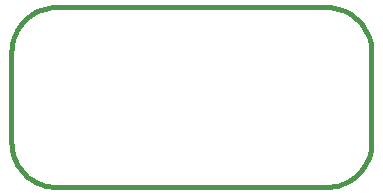
<source format=gbr>
G04 (created by PCBNEW-RS274X (2012-01-19 BZR 3256)-stable) date 21/02/2013 14:30:42*
G01*
G70*
G90*
%MOIN*%
G04 Gerber Fmt 3.4, Leading zero omitted, Abs format*
%FSLAX34Y34*%
G04 APERTURE LIST*
%ADD10C,0.006000*%
%ADD11C,0.015000*%
G04 APERTURE END LIST*
G54D10*
G54D11*
X47250Y-31750D02*
X56250Y-31750D01*
X45750Y-27250D02*
X45750Y-30250D01*
X56250Y-25750D02*
X47250Y-25750D01*
X57750Y-27250D02*
X57750Y-30250D01*
X57750Y-27250D02*
X57744Y-27120D01*
X57727Y-26990D01*
X57698Y-26862D01*
X57659Y-26737D01*
X57609Y-26617D01*
X57549Y-26501D01*
X57478Y-26390D01*
X57399Y-26286D01*
X57310Y-26190D01*
X57214Y-26101D01*
X57110Y-26022D01*
X57000Y-25951D01*
X56883Y-25891D01*
X56763Y-25841D01*
X56638Y-25802D01*
X56510Y-25773D01*
X56380Y-25756D01*
X56250Y-25750D01*
X56250Y-31750D02*
X56380Y-31744D01*
X56510Y-31727D01*
X56638Y-31698D01*
X56763Y-31659D01*
X56883Y-31609D01*
X57000Y-31549D01*
X57110Y-31478D01*
X57214Y-31399D01*
X57310Y-31310D01*
X57399Y-31214D01*
X57478Y-31110D01*
X57549Y-30999D01*
X57609Y-30883D01*
X57659Y-30763D01*
X57698Y-30638D01*
X57727Y-30510D01*
X57744Y-30380D01*
X57750Y-30250D01*
X45750Y-30250D02*
X45756Y-30380D01*
X45773Y-30510D01*
X45802Y-30638D01*
X45841Y-30763D01*
X45891Y-30883D01*
X45951Y-30999D01*
X46022Y-31110D01*
X46101Y-31214D01*
X46190Y-31310D01*
X46286Y-31399D01*
X46390Y-31478D01*
X46501Y-31549D01*
X46617Y-31609D01*
X46737Y-31659D01*
X46862Y-31698D01*
X46990Y-31727D01*
X47120Y-31744D01*
X47250Y-31750D01*
X47250Y-25750D02*
X47120Y-25756D01*
X46990Y-25773D01*
X46862Y-25802D01*
X46737Y-25841D01*
X46617Y-25891D01*
X46501Y-25951D01*
X46390Y-26022D01*
X46286Y-26101D01*
X46190Y-26190D01*
X46101Y-26286D01*
X46022Y-26390D01*
X45951Y-26501D01*
X45891Y-26617D01*
X45841Y-26737D01*
X45802Y-26862D01*
X45773Y-26990D01*
X45756Y-27120D01*
X45750Y-27250D01*
M02*

</source>
